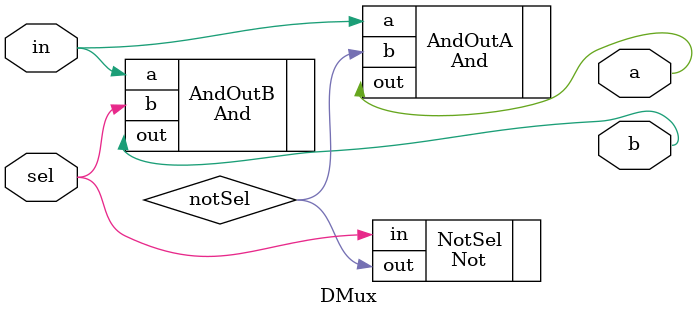
<source format=v>
/**
 * Demultiplexer:
 * {a, b} = {in, 0} if sel == 0
 *          {0, in} if sel == 1
 */
`default_nettype none

module DMux(
    input wire in,
    input wire sel,
    output wire a,
    output wire b
  );

  // Translation of DMux.hdl
  wire notSel;

  Not NotSel(.in(sel), .out(notSel));
  And AndOutA(.a(in), .b(notSel), .out(a));
  And AndOutB(.a(in), .b(sel), .out(b));

endmodule

</source>
